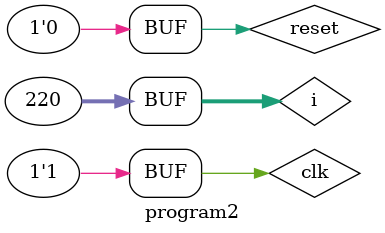
<source format=v>
`include "top.v"

module program2();
  reg clk, reset;
  
  top #("mem_file2.txt") uut(clk, reset);
  
  integer i;
  
  initial
  begin
    $dumpfile("program2.vcd");
    $dumpvars(0, program2);
    
    clk <= 0; reset <= 1; #5;
    clk <= 1; #5;
    reset <= 0;
    
    for (i = 0; i < 220; i = i + 1)
    begin
      clk <= 0; #5;
      clk <= 1; #5;
    end
  end
  
endmodule
</source>
